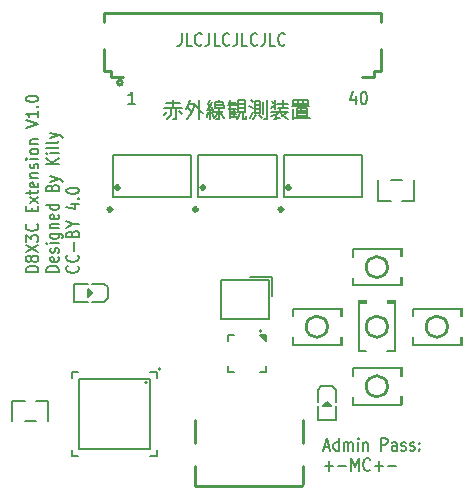
<source format=gbr>
%TF.GenerationSoftware,KiCad,Pcbnew,9.0.4*%
%TF.CreationDate,2025-09-14T02:35:36-04:00*%
%TF.ProjectId,D8X3C_Backpack_V1.0,44385833-435f-4426-9163-6b7061636b5f,rev?*%
%TF.SameCoordinates,Original*%
%TF.FileFunction,Legend,Top*%
%TF.FilePolarity,Positive*%
%FSLAX46Y46*%
G04 Gerber Fmt 4.6, Leading zero omitted, Abs format (unit mm)*
G04 Created by KiCad (PCBNEW 9.0.4) date 2025-09-14 02:35:36*
%MOMM*%
%LPD*%
G01*
G04 APERTURE LIST*
%ADD10C,0.203000*%
%ADD11C,0.152500*%
%ADD12C,0.254000*%
%ADD13C,0.000000*%
%ADD14C,0.175000*%
%ADD15C,0.300000*%
%ADD16C,0.152000*%
%ADD17C,0.150000*%
%ADD18R,0.790000X0.540000*%
%ADD19R,1.360000X1.230000*%
%ADD20R,1.400000X1.200000*%
%ADD21R,0.540000X0.565500*%
%ADD22R,0.864000X0.800000*%
%ADD23R,0.540000X0.790000*%
%ADD24R,0.280000X1.620000*%
%ADD25R,1.620000X0.280000*%
%ADD26O,0.364000X1.742000*%
%ADD27O,3.000000X3.200000*%
%ADD28C,0.500000*%
%ADD29R,1.230000X1.360000*%
%ADD30R,0.565500X0.540000*%
%ADD31R,0.280000X0.665000*%
%ADD32R,0.665000X0.280000*%
%ADD33R,1.750000X1.750000*%
%ADD34R,0.806500X0.864000*%
%ADD35R,0.600000X1.070000*%
%ADD36R,0.800000X0.800000*%
%ADD37R,0.550000X1.100000*%
%ADD38R,0.300000X1.100000*%
%ADD39O,1.100000X2.000000*%
%ADD40O,1.200000X1.800000*%
%ADD41R,0.300000X1.200000*%
%ADD42R,2.000000X1.800000*%
%ADD43R,0.800000X0.900000*%
%ADD44R,0.800000X0.864000*%
%ADD45R,0.532000X1.037500*%
G04 APERTURE END LIST*
D10*
X10863313Y-7542363D02*
X10340742Y-7542363D01*
X10602028Y-7542363D02*
X10602028Y-6475363D01*
X10602028Y-6475363D02*
X10514932Y-6627792D01*
X10514932Y-6627792D02*
X10427837Y-6729411D01*
X10427837Y-6729411D02*
X10340742Y-6780220D01*
X26914242Y-36571196D02*
X27349718Y-36571196D01*
X26827147Y-36876053D02*
X27131980Y-35809053D01*
X27131980Y-35809053D02*
X27436813Y-36876053D01*
X28133575Y-36876053D02*
X28133575Y-35809053D01*
X28133575Y-36825244D02*
X28046480Y-36876053D01*
X28046480Y-36876053D02*
X27872289Y-36876053D01*
X27872289Y-36876053D02*
X27785194Y-36825244D01*
X27785194Y-36825244D02*
X27741647Y-36774434D01*
X27741647Y-36774434D02*
X27698099Y-36672815D01*
X27698099Y-36672815D02*
X27698099Y-36367958D01*
X27698099Y-36367958D02*
X27741647Y-36266339D01*
X27741647Y-36266339D02*
X27785194Y-36215529D01*
X27785194Y-36215529D02*
X27872289Y-36164720D01*
X27872289Y-36164720D02*
X28046480Y-36164720D01*
X28046480Y-36164720D02*
X28133575Y-36215529D01*
X28569052Y-36876053D02*
X28569052Y-36164720D01*
X28569052Y-36266339D02*
X28612599Y-36215529D01*
X28612599Y-36215529D02*
X28699694Y-36164720D01*
X28699694Y-36164720D02*
X28830337Y-36164720D01*
X28830337Y-36164720D02*
X28917433Y-36215529D01*
X28917433Y-36215529D02*
X28960980Y-36317148D01*
X28960980Y-36317148D02*
X28960980Y-36876053D01*
X28960980Y-36317148D02*
X29004528Y-36215529D01*
X29004528Y-36215529D02*
X29091623Y-36164720D01*
X29091623Y-36164720D02*
X29222266Y-36164720D01*
X29222266Y-36164720D02*
X29309361Y-36215529D01*
X29309361Y-36215529D02*
X29352909Y-36317148D01*
X29352909Y-36317148D02*
X29352909Y-36876053D01*
X29788385Y-36876053D02*
X29788385Y-36164720D01*
X29788385Y-35809053D02*
X29744837Y-35859863D01*
X29744837Y-35859863D02*
X29788385Y-35910672D01*
X29788385Y-35910672D02*
X29831932Y-35859863D01*
X29831932Y-35859863D02*
X29788385Y-35809053D01*
X29788385Y-35809053D02*
X29788385Y-35910672D01*
X30223861Y-36164720D02*
X30223861Y-36876053D01*
X30223861Y-36266339D02*
X30267408Y-36215529D01*
X30267408Y-36215529D02*
X30354503Y-36164720D01*
X30354503Y-36164720D02*
X30485146Y-36164720D01*
X30485146Y-36164720D02*
X30572242Y-36215529D01*
X30572242Y-36215529D02*
X30615789Y-36317148D01*
X30615789Y-36317148D02*
X30615789Y-36876053D01*
X31748028Y-36876053D02*
X31748028Y-35809053D01*
X31748028Y-35809053D02*
X32096409Y-35809053D01*
X32096409Y-35809053D02*
X32183504Y-35859863D01*
X32183504Y-35859863D02*
X32227051Y-35910672D01*
X32227051Y-35910672D02*
X32270599Y-36012291D01*
X32270599Y-36012291D02*
X32270599Y-36164720D01*
X32270599Y-36164720D02*
X32227051Y-36266339D01*
X32227051Y-36266339D02*
X32183504Y-36317148D01*
X32183504Y-36317148D02*
X32096409Y-36367958D01*
X32096409Y-36367958D02*
X31748028Y-36367958D01*
X33054456Y-36876053D02*
X33054456Y-36317148D01*
X33054456Y-36317148D02*
X33010909Y-36215529D01*
X33010909Y-36215529D02*
X32923813Y-36164720D01*
X32923813Y-36164720D02*
X32749623Y-36164720D01*
X32749623Y-36164720D02*
X32662528Y-36215529D01*
X33054456Y-36825244D02*
X32967361Y-36876053D01*
X32967361Y-36876053D02*
X32749623Y-36876053D01*
X32749623Y-36876053D02*
X32662528Y-36825244D01*
X32662528Y-36825244D02*
X32618980Y-36723624D01*
X32618980Y-36723624D02*
X32618980Y-36622005D01*
X32618980Y-36622005D02*
X32662528Y-36520386D01*
X32662528Y-36520386D02*
X32749623Y-36469577D01*
X32749623Y-36469577D02*
X32967361Y-36469577D01*
X32967361Y-36469577D02*
X33054456Y-36418767D01*
X33446385Y-36825244D02*
X33533480Y-36876053D01*
X33533480Y-36876053D02*
X33707671Y-36876053D01*
X33707671Y-36876053D02*
X33794766Y-36825244D01*
X33794766Y-36825244D02*
X33838314Y-36723624D01*
X33838314Y-36723624D02*
X33838314Y-36672815D01*
X33838314Y-36672815D02*
X33794766Y-36571196D01*
X33794766Y-36571196D02*
X33707671Y-36520386D01*
X33707671Y-36520386D02*
X33577028Y-36520386D01*
X33577028Y-36520386D02*
X33489933Y-36469577D01*
X33489933Y-36469577D02*
X33446385Y-36367958D01*
X33446385Y-36367958D02*
X33446385Y-36317148D01*
X33446385Y-36317148D02*
X33489933Y-36215529D01*
X33489933Y-36215529D02*
X33577028Y-36164720D01*
X33577028Y-36164720D02*
X33707671Y-36164720D01*
X33707671Y-36164720D02*
X33794766Y-36215529D01*
X34186695Y-36825244D02*
X34273790Y-36876053D01*
X34273790Y-36876053D02*
X34447981Y-36876053D01*
X34447981Y-36876053D02*
X34535076Y-36825244D01*
X34535076Y-36825244D02*
X34578624Y-36723624D01*
X34578624Y-36723624D02*
X34578624Y-36672815D01*
X34578624Y-36672815D02*
X34535076Y-36571196D01*
X34535076Y-36571196D02*
X34447981Y-36520386D01*
X34447981Y-36520386D02*
X34317338Y-36520386D01*
X34317338Y-36520386D02*
X34230243Y-36469577D01*
X34230243Y-36469577D02*
X34186695Y-36367958D01*
X34186695Y-36367958D02*
X34186695Y-36317148D01*
X34186695Y-36317148D02*
X34230243Y-36215529D01*
X34230243Y-36215529D02*
X34317338Y-36164720D01*
X34317338Y-36164720D02*
X34447981Y-36164720D01*
X34447981Y-36164720D02*
X34535076Y-36215529D01*
X34970553Y-36774434D02*
X35014100Y-36825244D01*
X35014100Y-36825244D02*
X34970553Y-36876053D01*
X34970553Y-36876053D02*
X34927005Y-36825244D01*
X34927005Y-36825244D02*
X34970553Y-36774434D01*
X34970553Y-36774434D02*
X34970553Y-36876053D01*
X34970553Y-36215529D02*
X35014100Y-36266339D01*
X35014100Y-36266339D02*
X34970553Y-36317148D01*
X34970553Y-36317148D02*
X34927005Y-36266339D01*
X34927005Y-36266339D02*
X34970553Y-36215529D01*
X34970553Y-36215529D02*
X34970553Y-36317148D01*
X26957790Y-38187387D02*
X27654552Y-38187387D01*
X27306171Y-38593863D02*
X27306171Y-37780911D01*
X28090028Y-38187387D02*
X28786790Y-38187387D01*
X29222266Y-38593863D02*
X29222266Y-37526863D01*
X29222266Y-37526863D02*
X29527099Y-38289006D01*
X29527099Y-38289006D02*
X29831932Y-37526863D01*
X29831932Y-37526863D02*
X29831932Y-38593863D01*
X30789980Y-38492244D02*
X30746432Y-38543054D01*
X30746432Y-38543054D02*
X30615790Y-38593863D01*
X30615790Y-38593863D02*
X30528694Y-38593863D01*
X30528694Y-38593863D02*
X30398051Y-38543054D01*
X30398051Y-38543054D02*
X30310956Y-38441434D01*
X30310956Y-38441434D02*
X30267409Y-38339815D01*
X30267409Y-38339815D02*
X30223861Y-38136577D01*
X30223861Y-38136577D02*
X30223861Y-37984149D01*
X30223861Y-37984149D02*
X30267409Y-37780911D01*
X30267409Y-37780911D02*
X30310956Y-37679292D01*
X30310956Y-37679292D02*
X30398051Y-37577673D01*
X30398051Y-37577673D02*
X30528694Y-37526863D01*
X30528694Y-37526863D02*
X30615790Y-37526863D01*
X30615790Y-37526863D02*
X30746432Y-37577673D01*
X30746432Y-37577673D02*
X30789980Y-37628482D01*
X31181909Y-38187387D02*
X31878671Y-38187387D01*
X31530290Y-38593863D02*
X31530290Y-37780911D01*
X32314147Y-38187387D02*
X33010909Y-38187387D01*
X2719743Y-21764309D02*
X1652743Y-21764309D01*
X1652743Y-21764309D02*
X1652743Y-21546571D01*
X1652743Y-21546571D02*
X1703553Y-21415928D01*
X1703553Y-21415928D02*
X1805172Y-21328833D01*
X1805172Y-21328833D02*
X1906791Y-21285286D01*
X1906791Y-21285286D02*
X2110029Y-21241738D01*
X2110029Y-21241738D02*
X2262457Y-21241738D01*
X2262457Y-21241738D02*
X2465695Y-21285286D01*
X2465695Y-21285286D02*
X2567314Y-21328833D01*
X2567314Y-21328833D02*
X2668934Y-21415928D01*
X2668934Y-21415928D02*
X2719743Y-21546571D01*
X2719743Y-21546571D02*
X2719743Y-21764309D01*
X2110029Y-20719167D02*
X2059219Y-20806262D01*
X2059219Y-20806262D02*
X2008410Y-20849809D01*
X2008410Y-20849809D02*
X1906791Y-20893357D01*
X1906791Y-20893357D02*
X1855981Y-20893357D01*
X1855981Y-20893357D02*
X1754362Y-20849809D01*
X1754362Y-20849809D02*
X1703553Y-20806262D01*
X1703553Y-20806262D02*
X1652743Y-20719167D01*
X1652743Y-20719167D02*
X1652743Y-20544976D01*
X1652743Y-20544976D02*
X1703553Y-20457881D01*
X1703553Y-20457881D02*
X1754362Y-20414333D01*
X1754362Y-20414333D02*
X1855981Y-20370786D01*
X1855981Y-20370786D02*
X1906791Y-20370786D01*
X1906791Y-20370786D02*
X2008410Y-20414333D01*
X2008410Y-20414333D02*
X2059219Y-20457881D01*
X2059219Y-20457881D02*
X2110029Y-20544976D01*
X2110029Y-20544976D02*
X2110029Y-20719167D01*
X2110029Y-20719167D02*
X2160838Y-20806262D01*
X2160838Y-20806262D02*
X2211648Y-20849809D01*
X2211648Y-20849809D02*
X2313267Y-20893357D01*
X2313267Y-20893357D02*
X2516505Y-20893357D01*
X2516505Y-20893357D02*
X2618124Y-20849809D01*
X2618124Y-20849809D02*
X2668934Y-20806262D01*
X2668934Y-20806262D02*
X2719743Y-20719167D01*
X2719743Y-20719167D02*
X2719743Y-20544976D01*
X2719743Y-20544976D02*
X2668934Y-20457881D01*
X2668934Y-20457881D02*
X2618124Y-20414333D01*
X2618124Y-20414333D02*
X2516505Y-20370786D01*
X2516505Y-20370786D02*
X2313267Y-20370786D01*
X2313267Y-20370786D02*
X2211648Y-20414333D01*
X2211648Y-20414333D02*
X2160838Y-20457881D01*
X2160838Y-20457881D02*
X2110029Y-20544976D01*
X1652743Y-20065953D02*
X2719743Y-19456286D01*
X1652743Y-19456286D02*
X2719743Y-20065953D01*
X1652743Y-19195001D02*
X1652743Y-18628882D01*
X1652743Y-18628882D02*
X2059219Y-18933715D01*
X2059219Y-18933715D02*
X2059219Y-18803072D01*
X2059219Y-18803072D02*
X2110029Y-18715977D01*
X2110029Y-18715977D02*
X2160838Y-18672429D01*
X2160838Y-18672429D02*
X2262457Y-18628882D01*
X2262457Y-18628882D02*
X2516505Y-18628882D01*
X2516505Y-18628882D02*
X2618124Y-18672429D01*
X2618124Y-18672429D02*
X2668934Y-18715977D01*
X2668934Y-18715977D02*
X2719743Y-18803072D01*
X2719743Y-18803072D02*
X2719743Y-19064358D01*
X2719743Y-19064358D02*
X2668934Y-19151453D01*
X2668934Y-19151453D02*
X2618124Y-19195001D01*
X2618124Y-17714382D02*
X2668934Y-17757930D01*
X2668934Y-17757930D02*
X2719743Y-17888572D01*
X2719743Y-17888572D02*
X2719743Y-17975668D01*
X2719743Y-17975668D02*
X2668934Y-18106311D01*
X2668934Y-18106311D02*
X2567314Y-18193406D01*
X2567314Y-18193406D02*
X2465695Y-18236953D01*
X2465695Y-18236953D02*
X2262457Y-18280501D01*
X2262457Y-18280501D02*
X2110029Y-18280501D01*
X2110029Y-18280501D02*
X1906791Y-18236953D01*
X1906791Y-18236953D02*
X1805172Y-18193406D01*
X1805172Y-18193406D02*
X1703553Y-18106311D01*
X1703553Y-18106311D02*
X1652743Y-17975668D01*
X1652743Y-17975668D02*
X1652743Y-17888572D01*
X1652743Y-17888572D02*
X1703553Y-17757930D01*
X1703553Y-17757930D02*
X1754362Y-17714382D01*
X2160838Y-16625691D02*
X2160838Y-16320858D01*
X2719743Y-16190215D02*
X2719743Y-16625691D01*
X2719743Y-16625691D02*
X1652743Y-16625691D01*
X1652743Y-16625691D02*
X1652743Y-16190215D01*
X2719743Y-15885382D02*
X2008410Y-15406358D01*
X2008410Y-15885382D02*
X2719743Y-15406358D01*
X2008410Y-15188619D02*
X2008410Y-14840238D01*
X1652743Y-15057976D02*
X2567314Y-15057976D01*
X2567314Y-15057976D02*
X2668934Y-15014429D01*
X2668934Y-15014429D02*
X2719743Y-14927334D01*
X2719743Y-14927334D02*
X2719743Y-14840238D01*
X2668934Y-14187024D02*
X2719743Y-14274120D01*
X2719743Y-14274120D02*
X2719743Y-14448310D01*
X2719743Y-14448310D02*
X2668934Y-14535405D01*
X2668934Y-14535405D02*
X2567314Y-14578953D01*
X2567314Y-14578953D02*
X2160838Y-14578953D01*
X2160838Y-14578953D02*
X2059219Y-14535405D01*
X2059219Y-14535405D02*
X2008410Y-14448310D01*
X2008410Y-14448310D02*
X2008410Y-14274120D01*
X2008410Y-14274120D02*
X2059219Y-14187024D01*
X2059219Y-14187024D02*
X2160838Y-14143477D01*
X2160838Y-14143477D02*
X2262457Y-14143477D01*
X2262457Y-14143477D02*
X2364076Y-14578953D01*
X2008410Y-13751548D02*
X2719743Y-13751548D01*
X2110029Y-13751548D02*
X2059219Y-13708001D01*
X2059219Y-13708001D02*
X2008410Y-13620906D01*
X2008410Y-13620906D02*
X2008410Y-13490263D01*
X2008410Y-13490263D02*
X2059219Y-13403167D01*
X2059219Y-13403167D02*
X2160838Y-13359620D01*
X2160838Y-13359620D02*
X2719743Y-13359620D01*
X2668934Y-12967691D02*
X2719743Y-12880596D01*
X2719743Y-12880596D02*
X2719743Y-12706405D01*
X2719743Y-12706405D02*
X2668934Y-12619310D01*
X2668934Y-12619310D02*
X2567314Y-12575762D01*
X2567314Y-12575762D02*
X2516505Y-12575762D01*
X2516505Y-12575762D02*
X2414886Y-12619310D01*
X2414886Y-12619310D02*
X2364076Y-12706405D01*
X2364076Y-12706405D02*
X2364076Y-12837048D01*
X2364076Y-12837048D02*
X2313267Y-12924143D01*
X2313267Y-12924143D02*
X2211648Y-12967691D01*
X2211648Y-12967691D02*
X2160838Y-12967691D01*
X2160838Y-12967691D02*
X2059219Y-12924143D01*
X2059219Y-12924143D02*
X2008410Y-12837048D01*
X2008410Y-12837048D02*
X2008410Y-12706405D01*
X2008410Y-12706405D02*
X2059219Y-12619310D01*
X2719743Y-12183833D02*
X2008410Y-12183833D01*
X1652743Y-12183833D02*
X1703553Y-12227381D01*
X1703553Y-12227381D02*
X1754362Y-12183833D01*
X1754362Y-12183833D02*
X1703553Y-12140286D01*
X1703553Y-12140286D02*
X1652743Y-12183833D01*
X1652743Y-12183833D02*
X1754362Y-12183833D01*
X2719743Y-11617715D02*
X2668934Y-11704810D01*
X2668934Y-11704810D02*
X2618124Y-11748357D01*
X2618124Y-11748357D02*
X2516505Y-11791905D01*
X2516505Y-11791905D02*
X2211648Y-11791905D01*
X2211648Y-11791905D02*
X2110029Y-11748357D01*
X2110029Y-11748357D02*
X2059219Y-11704810D01*
X2059219Y-11704810D02*
X2008410Y-11617715D01*
X2008410Y-11617715D02*
X2008410Y-11487072D01*
X2008410Y-11487072D02*
X2059219Y-11399976D01*
X2059219Y-11399976D02*
X2110029Y-11356429D01*
X2110029Y-11356429D02*
X2211648Y-11312881D01*
X2211648Y-11312881D02*
X2516505Y-11312881D01*
X2516505Y-11312881D02*
X2618124Y-11356429D01*
X2618124Y-11356429D02*
X2668934Y-11399976D01*
X2668934Y-11399976D02*
X2719743Y-11487072D01*
X2719743Y-11487072D02*
X2719743Y-11617715D01*
X2008410Y-10920952D02*
X2719743Y-10920952D01*
X2110029Y-10920952D02*
X2059219Y-10877405D01*
X2059219Y-10877405D02*
X2008410Y-10790310D01*
X2008410Y-10790310D02*
X2008410Y-10659667D01*
X2008410Y-10659667D02*
X2059219Y-10572571D01*
X2059219Y-10572571D02*
X2160838Y-10529024D01*
X2160838Y-10529024D02*
X2719743Y-10529024D01*
X1652743Y-9527428D02*
X2719743Y-9222595D01*
X2719743Y-9222595D02*
X1652743Y-8917762D01*
X2719743Y-8133905D02*
X2719743Y-8656476D01*
X2719743Y-8395190D02*
X1652743Y-8395190D01*
X1652743Y-8395190D02*
X1805172Y-8482286D01*
X1805172Y-8482286D02*
X1906791Y-8569381D01*
X1906791Y-8569381D02*
X1957600Y-8656476D01*
X2618124Y-7741976D02*
X2668934Y-7698429D01*
X2668934Y-7698429D02*
X2719743Y-7741976D01*
X2719743Y-7741976D02*
X2668934Y-7785524D01*
X2668934Y-7785524D02*
X2618124Y-7741976D01*
X2618124Y-7741976D02*
X2719743Y-7741976D01*
X1652743Y-7132310D02*
X1652743Y-7045215D01*
X1652743Y-7045215D02*
X1703553Y-6958119D01*
X1703553Y-6958119D02*
X1754362Y-6914572D01*
X1754362Y-6914572D02*
X1855981Y-6871024D01*
X1855981Y-6871024D02*
X2059219Y-6827477D01*
X2059219Y-6827477D02*
X2313267Y-6827477D01*
X2313267Y-6827477D02*
X2516505Y-6871024D01*
X2516505Y-6871024D02*
X2618124Y-6914572D01*
X2618124Y-6914572D02*
X2668934Y-6958119D01*
X2668934Y-6958119D02*
X2719743Y-7045215D01*
X2719743Y-7045215D02*
X2719743Y-7132310D01*
X2719743Y-7132310D02*
X2668934Y-7219405D01*
X2668934Y-7219405D02*
X2618124Y-7262953D01*
X2618124Y-7262953D02*
X2516505Y-7306500D01*
X2516505Y-7306500D02*
X2313267Y-7350048D01*
X2313267Y-7350048D02*
X2059219Y-7350048D01*
X2059219Y-7350048D02*
X1855981Y-7306500D01*
X1855981Y-7306500D02*
X1754362Y-7262953D01*
X1754362Y-7262953D02*
X1703553Y-7219405D01*
X1703553Y-7219405D02*
X1652743Y-7132310D01*
X4437553Y-21764309D02*
X3370553Y-21764309D01*
X3370553Y-21764309D02*
X3370553Y-21546571D01*
X3370553Y-21546571D02*
X3421363Y-21415928D01*
X3421363Y-21415928D02*
X3522982Y-21328833D01*
X3522982Y-21328833D02*
X3624601Y-21285286D01*
X3624601Y-21285286D02*
X3827839Y-21241738D01*
X3827839Y-21241738D02*
X3980267Y-21241738D01*
X3980267Y-21241738D02*
X4183505Y-21285286D01*
X4183505Y-21285286D02*
X4285124Y-21328833D01*
X4285124Y-21328833D02*
X4386744Y-21415928D01*
X4386744Y-21415928D02*
X4437553Y-21546571D01*
X4437553Y-21546571D02*
X4437553Y-21764309D01*
X4386744Y-20501428D02*
X4437553Y-20588524D01*
X4437553Y-20588524D02*
X4437553Y-20762714D01*
X4437553Y-20762714D02*
X4386744Y-20849809D01*
X4386744Y-20849809D02*
X4285124Y-20893357D01*
X4285124Y-20893357D02*
X3878648Y-20893357D01*
X3878648Y-20893357D02*
X3777029Y-20849809D01*
X3777029Y-20849809D02*
X3726220Y-20762714D01*
X3726220Y-20762714D02*
X3726220Y-20588524D01*
X3726220Y-20588524D02*
X3777029Y-20501428D01*
X3777029Y-20501428D02*
X3878648Y-20457881D01*
X3878648Y-20457881D02*
X3980267Y-20457881D01*
X3980267Y-20457881D02*
X4081886Y-20893357D01*
X4386744Y-20109500D02*
X4437553Y-20022405D01*
X4437553Y-20022405D02*
X4437553Y-19848214D01*
X4437553Y-19848214D02*
X4386744Y-19761119D01*
X4386744Y-19761119D02*
X4285124Y-19717571D01*
X4285124Y-19717571D02*
X4234315Y-19717571D01*
X4234315Y-19717571D02*
X4132696Y-19761119D01*
X4132696Y-19761119D02*
X4081886Y-19848214D01*
X4081886Y-19848214D02*
X4081886Y-19978857D01*
X4081886Y-19978857D02*
X4031077Y-20065952D01*
X4031077Y-20065952D02*
X3929458Y-20109500D01*
X3929458Y-20109500D02*
X3878648Y-20109500D01*
X3878648Y-20109500D02*
X3777029Y-20065952D01*
X3777029Y-20065952D02*
X3726220Y-19978857D01*
X3726220Y-19978857D02*
X3726220Y-19848214D01*
X3726220Y-19848214D02*
X3777029Y-19761119D01*
X4437553Y-19325642D02*
X3726220Y-19325642D01*
X3370553Y-19325642D02*
X3421363Y-19369190D01*
X3421363Y-19369190D02*
X3472172Y-19325642D01*
X3472172Y-19325642D02*
X3421363Y-19282095D01*
X3421363Y-19282095D02*
X3370553Y-19325642D01*
X3370553Y-19325642D02*
X3472172Y-19325642D01*
X3726220Y-18498238D02*
X4589982Y-18498238D01*
X4589982Y-18498238D02*
X4691601Y-18541785D01*
X4691601Y-18541785D02*
X4742410Y-18585333D01*
X4742410Y-18585333D02*
X4793220Y-18672428D01*
X4793220Y-18672428D02*
X4793220Y-18803071D01*
X4793220Y-18803071D02*
X4742410Y-18890166D01*
X4386744Y-18498238D02*
X4437553Y-18585333D01*
X4437553Y-18585333D02*
X4437553Y-18759524D01*
X4437553Y-18759524D02*
X4386744Y-18846619D01*
X4386744Y-18846619D02*
X4335934Y-18890166D01*
X4335934Y-18890166D02*
X4234315Y-18933714D01*
X4234315Y-18933714D02*
X3929458Y-18933714D01*
X3929458Y-18933714D02*
X3827839Y-18890166D01*
X3827839Y-18890166D02*
X3777029Y-18846619D01*
X3777029Y-18846619D02*
X3726220Y-18759524D01*
X3726220Y-18759524D02*
X3726220Y-18585333D01*
X3726220Y-18585333D02*
X3777029Y-18498238D01*
X3726220Y-18062761D02*
X4437553Y-18062761D01*
X3827839Y-18062761D02*
X3777029Y-18019214D01*
X3777029Y-18019214D02*
X3726220Y-17932119D01*
X3726220Y-17932119D02*
X3726220Y-17801476D01*
X3726220Y-17801476D02*
X3777029Y-17714380D01*
X3777029Y-17714380D02*
X3878648Y-17670833D01*
X3878648Y-17670833D02*
X4437553Y-17670833D01*
X4386744Y-16886975D02*
X4437553Y-16974071D01*
X4437553Y-16974071D02*
X4437553Y-17148261D01*
X4437553Y-17148261D02*
X4386744Y-17235356D01*
X4386744Y-17235356D02*
X4285124Y-17278904D01*
X4285124Y-17278904D02*
X3878648Y-17278904D01*
X3878648Y-17278904D02*
X3777029Y-17235356D01*
X3777029Y-17235356D02*
X3726220Y-17148261D01*
X3726220Y-17148261D02*
X3726220Y-16974071D01*
X3726220Y-16974071D02*
X3777029Y-16886975D01*
X3777029Y-16886975D02*
X3878648Y-16843428D01*
X3878648Y-16843428D02*
X3980267Y-16843428D01*
X3980267Y-16843428D02*
X4081886Y-17278904D01*
X4437553Y-16059571D02*
X3370553Y-16059571D01*
X4386744Y-16059571D02*
X4437553Y-16146666D01*
X4437553Y-16146666D02*
X4437553Y-16320857D01*
X4437553Y-16320857D02*
X4386744Y-16407952D01*
X4386744Y-16407952D02*
X4335934Y-16451499D01*
X4335934Y-16451499D02*
X4234315Y-16495047D01*
X4234315Y-16495047D02*
X3929458Y-16495047D01*
X3929458Y-16495047D02*
X3827839Y-16451499D01*
X3827839Y-16451499D02*
X3777029Y-16407952D01*
X3777029Y-16407952D02*
X3726220Y-16320857D01*
X3726220Y-16320857D02*
X3726220Y-16146666D01*
X3726220Y-16146666D02*
X3777029Y-16059571D01*
X3878648Y-14622499D02*
X3929458Y-14491856D01*
X3929458Y-14491856D02*
X3980267Y-14448309D01*
X3980267Y-14448309D02*
X4081886Y-14404761D01*
X4081886Y-14404761D02*
X4234315Y-14404761D01*
X4234315Y-14404761D02*
X4335934Y-14448309D01*
X4335934Y-14448309D02*
X4386744Y-14491856D01*
X4386744Y-14491856D02*
X4437553Y-14578951D01*
X4437553Y-14578951D02*
X4437553Y-14927332D01*
X4437553Y-14927332D02*
X3370553Y-14927332D01*
X3370553Y-14927332D02*
X3370553Y-14622499D01*
X3370553Y-14622499D02*
X3421363Y-14535404D01*
X3421363Y-14535404D02*
X3472172Y-14491856D01*
X3472172Y-14491856D02*
X3573791Y-14448309D01*
X3573791Y-14448309D02*
X3675410Y-14448309D01*
X3675410Y-14448309D02*
X3777029Y-14491856D01*
X3777029Y-14491856D02*
X3827839Y-14535404D01*
X3827839Y-14535404D02*
X3878648Y-14622499D01*
X3878648Y-14622499D02*
X3878648Y-14927332D01*
X3726220Y-14099928D02*
X4437553Y-13882190D01*
X3726220Y-13664451D02*
X4437553Y-13882190D01*
X4437553Y-13882190D02*
X4691601Y-13969285D01*
X4691601Y-13969285D02*
X4742410Y-14012832D01*
X4742410Y-14012832D02*
X4793220Y-14099928D01*
X4437553Y-12619308D02*
X3370553Y-12619308D01*
X4437553Y-12096737D02*
X3827839Y-12488666D01*
X3370553Y-12096737D02*
X3980267Y-12619308D01*
X4437553Y-11704808D02*
X3726220Y-11704808D01*
X3370553Y-11704808D02*
X3421363Y-11748356D01*
X3421363Y-11748356D02*
X3472172Y-11704808D01*
X3472172Y-11704808D02*
X3421363Y-11661261D01*
X3421363Y-11661261D02*
X3370553Y-11704808D01*
X3370553Y-11704808D02*
X3472172Y-11704808D01*
X4437553Y-11138690D02*
X4386744Y-11225785D01*
X4386744Y-11225785D02*
X4285124Y-11269332D01*
X4285124Y-11269332D02*
X3370553Y-11269332D01*
X4437553Y-10659666D02*
X4386744Y-10746761D01*
X4386744Y-10746761D02*
X4285124Y-10790308D01*
X4285124Y-10790308D02*
X3370553Y-10790308D01*
X3726220Y-10398380D02*
X4437553Y-10180642D01*
X3726220Y-9962903D02*
X4437553Y-10180642D01*
X4437553Y-10180642D02*
X4691601Y-10267737D01*
X4691601Y-10267737D02*
X4742410Y-10311284D01*
X4742410Y-10311284D02*
X4793220Y-10398380D01*
X6053744Y-21241738D02*
X6104554Y-21285286D01*
X6104554Y-21285286D02*
X6155363Y-21415928D01*
X6155363Y-21415928D02*
X6155363Y-21503024D01*
X6155363Y-21503024D02*
X6104554Y-21633667D01*
X6104554Y-21633667D02*
X6002934Y-21720762D01*
X6002934Y-21720762D02*
X5901315Y-21764309D01*
X5901315Y-21764309D02*
X5698077Y-21807857D01*
X5698077Y-21807857D02*
X5545649Y-21807857D01*
X5545649Y-21807857D02*
X5342411Y-21764309D01*
X5342411Y-21764309D02*
X5240792Y-21720762D01*
X5240792Y-21720762D02*
X5139173Y-21633667D01*
X5139173Y-21633667D02*
X5088363Y-21503024D01*
X5088363Y-21503024D02*
X5088363Y-21415928D01*
X5088363Y-21415928D02*
X5139173Y-21285286D01*
X5139173Y-21285286D02*
X5189982Y-21241738D01*
X6053744Y-20327238D02*
X6104554Y-20370786D01*
X6104554Y-20370786D02*
X6155363Y-20501428D01*
X6155363Y-20501428D02*
X6155363Y-20588524D01*
X6155363Y-20588524D02*
X6104554Y-20719167D01*
X6104554Y-20719167D02*
X6002934Y-20806262D01*
X6002934Y-20806262D02*
X5901315Y-20849809D01*
X5901315Y-20849809D02*
X5698077Y-20893357D01*
X5698077Y-20893357D02*
X5545649Y-20893357D01*
X5545649Y-20893357D02*
X5342411Y-20849809D01*
X5342411Y-20849809D02*
X5240792Y-20806262D01*
X5240792Y-20806262D02*
X5139173Y-20719167D01*
X5139173Y-20719167D02*
X5088363Y-20588524D01*
X5088363Y-20588524D02*
X5088363Y-20501428D01*
X5088363Y-20501428D02*
X5139173Y-20370786D01*
X5139173Y-20370786D02*
X5189982Y-20327238D01*
X5748887Y-19935309D02*
X5748887Y-19238548D01*
X5596458Y-18498238D02*
X5647268Y-18367595D01*
X5647268Y-18367595D02*
X5698077Y-18324048D01*
X5698077Y-18324048D02*
X5799696Y-18280500D01*
X5799696Y-18280500D02*
X5952125Y-18280500D01*
X5952125Y-18280500D02*
X6053744Y-18324048D01*
X6053744Y-18324048D02*
X6104554Y-18367595D01*
X6104554Y-18367595D02*
X6155363Y-18454690D01*
X6155363Y-18454690D02*
X6155363Y-18803071D01*
X6155363Y-18803071D02*
X5088363Y-18803071D01*
X5088363Y-18803071D02*
X5088363Y-18498238D01*
X5088363Y-18498238D02*
X5139173Y-18411143D01*
X5139173Y-18411143D02*
X5189982Y-18367595D01*
X5189982Y-18367595D02*
X5291601Y-18324048D01*
X5291601Y-18324048D02*
X5393220Y-18324048D01*
X5393220Y-18324048D02*
X5494839Y-18367595D01*
X5494839Y-18367595D02*
X5545649Y-18411143D01*
X5545649Y-18411143D02*
X5596458Y-18498238D01*
X5596458Y-18498238D02*
X5596458Y-18803071D01*
X5647268Y-17714381D02*
X6155363Y-17714381D01*
X5088363Y-18019214D02*
X5647268Y-17714381D01*
X5647268Y-17714381D02*
X5088363Y-17409548D01*
X5444030Y-16016024D02*
X6155363Y-16016024D01*
X5037554Y-16233762D02*
X5799696Y-16451500D01*
X5799696Y-16451500D02*
X5799696Y-15885381D01*
X6053744Y-15537000D02*
X6104554Y-15493453D01*
X6104554Y-15493453D02*
X6155363Y-15537000D01*
X6155363Y-15537000D02*
X6104554Y-15580548D01*
X6104554Y-15580548D02*
X6053744Y-15537000D01*
X6053744Y-15537000D02*
X6155363Y-15537000D01*
X5088363Y-14927334D02*
X5088363Y-14840239D01*
X5088363Y-14840239D02*
X5139173Y-14753143D01*
X5139173Y-14753143D02*
X5189982Y-14709596D01*
X5189982Y-14709596D02*
X5291601Y-14666048D01*
X5291601Y-14666048D02*
X5494839Y-14622501D01*
X5494839Y-14622501D02*
X5748887Y-14622501D01*
X5748887Y-14622501D02*
X5952125Y-14666048D01*
X5952125Y-14666048D02*
X6053744Y-14709596D01*
X6053744Y-14709596D02*
X6104554Y-14753143D01*
X6104554Y-14753143D02*
X6155363Y-14840239D01*
X6155363Y-14840239D02*
X6155363Y-14927334D01*
X6155363Y-14927334D02*
X6104554Y-15014429D01*
X6104554Y-15014429D02*
X6053744Y-15057977D01*
X6053744Y-15057977D02*
X5952125Y-15101524D01*
X5952125Y-15101524D02*
X5748887Y-15145072D01*
X5748887Y-15145072D02*
X5494839Y-15145072D01*
X5494839Y-15145072D02*
X5291601Y-15101524D01*
X5291601Y-15101524D02*
X5189982Y-15057977D01*
X5189982Y-15057977D02*
X5139173Y-15014429D01*
X5139173Y-15014429D02*
X5088363Y-14927334D01*
X13378647Y-7825423D02*
X14887885Y-7825423D01*
X13552790Y-7418995D02*
X14713742Y-7418995D01*
X13610837Y-8164114D02*
X13378647Y-8435066D01*
X14075218Y-8773757D02*
X14365456Y-8773757D01*
X14133266Y-7148042D02*
X14133266Y-7825423D01*
X14365456Y-7825423D02*
X14365456Y-8773757D01*
X14597647Y-8096376D02*
X14829837Y-8367328D01*
X13959123Y-7825423D02*
X13901075Y-8435066D01*
X13901075Y-8435066D02*
X13610837Y-8773757D01*
X15352266Y-7825423D02*
X15700551Y-8164114D01*
X16281028Y-7148042D02*
X16281028Y-8773757D01*
X15584456Y-7215780D02*
X15352266Y-7689947D01*
X15352266Y-7689947D02*
X15178123Y-7960899D01*
X16048837Y-7689947D02*
X16455170Y-8164114D01*
X16455170Y-8164114D02*
X16687361Y-8299590D01*
X15526408Y-7486733D02*
X15932742Y-7486733D01*
X15932742Y-7486733D02*
X15758599Y-8164114D01*
X15758599Y-8164114D02*
X15584456Y-8435066D01*
X15584456Y-8435066D02*
X15294218Y-8773757D01*
X16977599Y-8028638D02*
X17500027Y-8028638D01*
X17093694Y-8231852D02*
X16977599Y-8638280D01*
X17209789Y-7148042D02*
X17093694Y-7554471D01*
X17267837Y-7960899D02*
X17267837Y-8773757D01*
X17383932Y-7757685D02*
X17500027Y-8096376D01*
X17383932Y-7351257D02*
X17267837Y-7757685D01*
X17441980Y-8231852D02*
X17500027Y-8502804D01*
X17674170Y-7893161D02*
X18370742Y-7893161D01*
X17674170Y-7622209D02*
X18370742Y-7622209D01*
X17674170Y-7351257D02*
X17674170Y-7893161D01*
X17790265Y-8773757D02*
X18022456Y-8773757D01*
X17964408Y-7148042D02*
X17906361Y-7351257D01*
X18022456Y-7893161D02*
X18022456Y-8773757D01*
X18370742Y-8096376D02*
X18196599Y-8299590D01*
X17035646Y-7486733D02*
X17267837Y-7757685D01*
X17267837Y-7757685D02*
X17035646Y-7960899D01*
X17674170Y-7351257D02*
X18370742Y-7351257D01*
X18370742Y-7351257D02*
X18428789Y-7893161D01*
X18022456Y-8028638D02*
X18196599Y-8367328D01*
X18196599Y-8367328D02*
X18428789Y-8706019D01*
X17616123Y-8231852D02*
X17906361Y-8231852D01*
X17906361Y-8231852D02*
X17790265Y-8502804D01*
X17790265Y-8502804D02*
X17558075Y-8706019D01*
X18777075Y-7622209D02*
X19531694Y-7622209D01*
X18893170Y-7960899D02*
X19473646Y-7960899D01*
X18893170Y-7418995D02*
X19473646Y-7418995D01*
X18951218Y-8638280D02*
X19531694Y-8638280D01*
X18951218Y-8367328D02*
X19473646Y-8367328D01*
X18951218Y-8164114D02*
X19473646Y-8164114D01*
X18951218Y-7825423D02*
X18951218Y-8706019D01*
X18951218Y-7148042D02*
X18835122Y-7554471D01*
X19125360Y-7418995D02*
X18835122Y-7960899D01*
X19241456Y-7825423D02*
X19241456Y-8638280D01*
X19647789Y-8231852D02*
X20228265Y-8231852D01*
X19647789Y-7893161D02*
X20228265Y-7893161D01*
X19647789Y-7554471D02*
X20228265Y-7554471D01*
X19647789Y-7215780D02*
X19647789Y-8164114D01*
X19996075Y-8773757D02*
X20286313Y-8773757D01*
X20054122Y-8231852D02*
X20054122Y-8773757D01*
X20286313Y-8502804D02*
X20286313Y-8773757D01*
X19647789Y-7215780D02*
X20228265Y-7215780D01*
X20228265Y-7215780D02*
X20228265Y-8164114D01*
X19763884Y-8231852D02*
X19705837Y-8502804D01*
X19705837Y-8502804D02*
X19531694Y-8773757D01*
X20576551Y-7689947D02*
X20866789Y-7825423D01*
X20692646Y-7215780D02*
X20924836Y-7351257D01*
X20866789Y-8164114D02*
X20634598Y-8706019D01*
X21040932Y-8299590D02*
X21505313Y-8299590D01*
X21040932Y-7960899D02*
X21505313Y-7960899D01*
X21040932Y-7622209D02*
X21505313Y-7622209D01*
X21040932Y-7283519D02*
X21040932Y-8299590D01*
X21157027Y-8435066D02*
X20924836Y-8773757D01*
X21389217Y-8435066D02*
X21621408Y-8706019D01*
X21737503Y-7351257D02*
X21737503Y-8367328D01*
X21795551Y-8773757D02*
X22085789Y-8773757D01*
X22085789Y-7148042D02*
X22085789Y-8773757D01*
X21040932Y-7283519D02*
X21505313Y-7283519D01*
X21505313Y-7283519D02*
X21505313Y-8299590D01*
X22376027Y-8164114D02*
X23885265Y-8164114D01*
X22492122Y-7283519D02*
X22608217Y-7418995D01*
X22666265Y-7689947D02*
X22376027Y-7825423D01*
X22782360Y-7148042D02*
X22782360Y-7960899D01*
X22840408Y-8367328D02*
X22840408Y-8706019D01*
X22956503Y-7486733D02*
X23885265Y-7486733D01*
X23014551Y-7893161D02*
X23827217Y-7893161D01*
X23188693Y-8706019D02*
X22666265Y-8773757D01*
X23420884Y-7148042D02*
X23420884Y-7893161D01*
X23711122Y-8299590D02*
X23362836Y-8502804D01*
X23130646Y-8164114D02*
X23420884Y-8570542D01*
X23420884Y-8570542D02*
X23885265Y-8773757D01*
X23130646Y-7960899D02*
X23130646Y-8231852D01*
X23130646Y-8231852D02*
X22724312Y-8435066D01*
X22724312Y-8435066D02*
X22376027Y-8502804D01*
X24175503Y-7689947D02*
X25626693Y-7689947D01*
X24233550Y-7554471D02*
X25568646Y-7554471D01*
X24233550Y-7215780D02*
X24233550Y-7486733D01*
X24291598Y-8706019D02*
X25684741Y-8706019D01*
X24291598Y-7960899D02*
X24291598Y-8773757D01*
X24581836Y-8502804D02*
X25452550Y-8502804D01*
X24581836Y-8299590D02*
X25452550Y-8299590D01*
X24581836Y-8096376D02*
X25452550Y-8096376D01*
X24581836Y-7893161D02*
X24581836Y-8502804D01*
X24697931Y-7215780D02*
X24697931Y-7486733D01*
X24930122Y-7554471D02*
X24930122Y-7960899D01*
X25104265Y-7215780D02*
X25104265Y-7486733D01*
X24233550Y-7215780D02*
X25568646Y-7215780D01*
X25568646Y-7215780D02*
X25568646Y-7486733D01*
X24581836Y-7893161D02*
X25452550Y-7893161D01*
X25452550Y-7893161D02*
X25452550Y-8502804D01*
X14836575Y-1522363D02*
X14836575Y-2284506D01*
X14836575Y-2284506D02*
X14793028Y-2436934D01*
X14793028Y-2436934D02*
X14705932Y-2538554D01*
X14705932Y-2538554D02*
X14575290Y-2589363D01*
X14575290Y-2589363D02*
X14488194Y-2589363D01*
X15707528Y-2589363D02*
X15272052Y-2589363D01*
X15272052Y-2589363D02*
X15272052Y-1522363D01*
X16534933Y-2487744D02*
X16491385Y-2538554D01*
X16491385Y-2538554D02*
X16360743Y-2589363D01*
X16360743Y-2589363D02*
X16273647Y-2589363D01*
X16273647Y-2589363D02*
X16143004Y-2538554D01*
X16143004Y-2538554D02*
X16055909Y-2436934D01*
X16055909Y-2436934D02*
X16012362Y-2335315D01*
X16012362Y-2335315D02*
X15968814Y-2132077D01*
X15968814Y-2132077D02*
X15968814Y-1979649D01*
X15968814Y-1979649D02*
X16012362Y-1776411D01*
X16012362Y-1776411D02*
X16055909Y-1674792D01*
X16055909Y-1674792D02*
X16143004Y-1573173D01*
X16143004Y-1573173D02*
X16273647Y-1522363D01*
X16273647Y-1522363D02*
X16360743Y-1522363D01*
X16360743Y-1522363D02*
X16491385Y-1573173D01*
X16491385Y-1573173D02*
X16534933Y-1623982D01*
X17188147Y-1522363D02*
X17188147Y-2284506D01*
X17188147Y-2284506D02*
X17144600Y-2436934D01*
X17144600Y-2436934D02*
X17057504Y-2538554D01*
X17057504Y-2538554D02*
X16926862Y-2589363D01*
X16926862Y-2589363D02*
X16839766Y-2589363D01*
X18059100Y-2589363D02*
X17623624Y-2589363D01*
X17623624Y-2589363D02*
X17623624Y-1522363D01*
X18886505Y-2487744D02*
X18842957Y-2538554D01*
X18842957Y-2538554D02*
X18712315Y-2589363D01*
X18712315Y-2589363D02*
X18625219Y-2589363D01*
X18625219Y-2589363D02*
X18494576Y-2538554D01*
X18494576Y-2538554D02*
X18407481Y-2436934D01*
X18407481Y-2436934D02*
X18363934Y-2335315D01*
X18363934Y-2335315D02*
X18320386Y-2132077D01*
X18320386Y-2132077D02*
X18320386Y-1979649D01*
X18320386Y-1979649D02*
X18363934Y-1776411D01*
X18363934Y-1776411D02*
X18407481Y-1674792D01*
X18407481Y-1674792D02*
X18494576Y-1573173D01*
X18494576Y-1573173D02*
X18625219Y-1522363D01*
X18625219Y-1522363D02*
X18712315Y-1522363D01*
X18712315Y-1522363D02*
X18842957Y-1573173D01*
X18842957Y-1573173D02*
X18886505Y-1623982D01*
X19539719Y-1522363D02*
X19539719Y-2284506D01*
X19539719Y-2284506D02*
X19496172Y-2436934D01*
X19496172Y-2436934D02*
X19409076Y-2538554D01*
X19409076Y-2538554D02*
X19278434Y-2589363D01*
X19278434Y-2589363D02*
X19191338Y-2589363D01*
X20410672Y-2589363D02*
X19975196Y-2589363D01*
X19975196Y-2589363D02*
X19975196Y-1522363D01*
X21238077Y-2487744D02*
X21194529Y-2538554D01*
X21194529Y-2538554D02*
X21063887Y-2589363D01*
X21063887Y-2589363D02*
X20976791Y-2589363D01*
X20976791Y-2589363D02*
X20846148Y-2538554D01*
X20846148Y-2538554D02*
X20759053Y-2436934D01*
X20759053Y-2436934D02*
X20715506Y-2335315D01*
X20715506Y-2335315D02*
X20671958Y-2132077D01*
X20671958Y-2132077D02*
X20671958Y-1979649D01*
X20671958Y-1979649D02*
X20715506Y-1776411D01*
X20715506Y-1776411D02*
X20759053Y-1674792D01*
X20759053Y-1674792D02*
X20846148Y-1573173D01*
X20846148Y-1573173D02*
X20976791Y-1522363D01*
X20976791Y-1522363D02*
X21063887Y-1522363D01*
X21063887Y-1522363D02*
X21194529Y-1573173D01*
X21194529Y-1573173D02*
X21238077Y-1623982D01*
X21891291Y-1522363D02*
X21891291Y-2284506D01*
X21891291Y-2284506D02*
X21847744Y-2436934D01*
X21847744Y-2436934D02*
X21760648Y-2538554D01*
X21760648Y-2538554D02*
X21630006Y-2589363D01*
X21630006Y-2589363D02*
X21542910Y-2589363D01*
X22762244Y-2589363D02*
X22326768Y-2589363D01*
X22326768Y-2589363D02*
X22326768Y-1522363D01*
X23589649Y-2487744D02*
X23546101Y-2538554D01*
X23546101Y-2538554D02*
X23415459Y-2589363D01*
X23415459Y-2589363D02*
X23328363Y-2589363D01*
X23328363Y-2589363D02*
X23197720Y-2538554D01*
X23197720Y-2538554D02*
X23110625Y-2436934D01*
X23110625Y-2436934D02*
X23067078Y-2335315D01*
X23067078Y-2335315D02*
X23023530Y-2132077D01*
X23023530Y-2132077D02*
X23023530Y-1979649D01*
X23023530Y-1979649D02*
X23067078Y-1776411D01*
X23067078Y-1776411D02*
X23110625Y-1674792D01*
X23110625Y-1674792D02*
X23197720Y-1573173D01*
X23197720Y-1573173D02*
X23328363Y-1522363D01*
X23328363Y-1522363D02*
X23415459Y-1522363D01*
X23415459Y-1522363D02*
X23546101Y-1573173D01*
X23546101Y-1573173D02*
X23589649Y-1623982D01*
X29572218Y-6831030D02*
X29572218Y-7542363D01*
X29354480Y-6424554D02*
X29136742Y-7186696D01*
X29136742Y-7186696D02*
X29702861Y-7186696D01*
X30225432Y-6475363D02*
X30312527Y-6475363D01*
X30312527Y-6475363D02*
X30399623Y-6526173D01*
X30399623Y-6526173D02*
X30443170Y-6576982D01*
X30443170Y-6576982D02*
X30486718Y-6678601D01*
X30486718Y-6678601D02*
X30530265Y-6881839D01*
X30530265Y-6881839D02*
X30530265Y-7135887D01*
X30530265Y-7135887D02*
X30486718Y-7339125D01*
X30486718Y-7339125D02*
X30443170Y-7440744D01*
X30443170Y-7440744D02*
X30399623Y-7491554D01*
X30399623Y-7491554D02*
X30312527Y-7542363D01*
X30312527Y-7542363D02*
X30225432Y-7542363D01*
X30225432Y-7542363D02*
X30138337Y-7491554D01*
X30138337Y-7491554D02*
X30094789Y-7440744D01*
X30094789Y-7440744D02*
X30051242Y-7339125D01*
X30051242Y-7339125D02*
X30007694Y-7135887D01*
X30007694Y-7135887D02*
X30007694Y-6881839D01*
X30007694Y-6881839D02*
X30051242Y-6678601D01*
X30051242Y-6678601D02*
X30094789Y-6576982D01*
X30094789Y-6576982D02*
X30138337Y-6526173D01*
X30138337Y-6526173D02*
X30225432Y-6475363D01*
D11*
%TO.C,C*%
X29828000Y-24358500D02*
X29828000Y-28410500D01*
X29828000Y-28410500D02*
X30486000Y-28410500D01*
X32910000Y-24358500D02*
X32910000Y-28410500D01*
X32910000Y-28410500D02*
X32252000Y-28410500D01*
D12*
X32269000Y-26384500D02*
G75*
G02*
X30469000Y-26384500I-900000J0D01*
G01*
X30469000Y-26384500D02*
G75*
G02*
X32269000Y-26384500I900000J0D01*
G01*
D13*
G36*
X30536500Y-24434500D02*
G01*
X29751500Y-24434500D01*
X29751500Y-24129500D01*
X30536500Y-24129500D01*
X30536500Y-24434500D01*
G37*
G36*
X32986500Y-24434500D02*
G01*
X32201500Y-24434500D01*
X32201500Y-24129500D01*
X32986500Y-24129500D01*
X32986500Y-24434500D01*
G37*
D11*
%TO.C,X1*%
X18164500Y-22388000D02*
X22221500Y-22388000D01*
X18164500Y-25745000D02*
X18164500Y-22388000D01*
X22221500Y-22388000D02*
X22221500Y-25745000D01*
X22221500Y-25745000D02*
X18164500Y-25745000D01*
X22450000Y-22159500D02*
X20593000Y-22159500D01*
X22450000Y-23816500D02*
X22450000Y-22159500D01*
%TO.C,U1*%
X5568000Y-30206000D02*
X5568000Y-30739500D01*
X5568000Y-37358000D02*
X5568000Y-36824500D01*
X6101500Y-30206000D02*
X5568000Y-30206000D01*
X6101500Y-37358000D02*
X5568000Y-37358000D01*
X6149000Y-30787000D02*
X12139000Y-30787000D01*
X6149000Y-36777000D02*
X6149000Y-30787000D01*
X12139000Y-30787000D02*
X12139000Y-36777000D01*
X12139000Y-36777000D02*
X6149000Y-36777000D01*
X12186500Y-30206000D02*
X12720000Y-30206000D01*
X12186500Y-37358000D02*
X12720000Y-37358000D01*
X12720000Y-30206000D02*
X12720000Y-30739500D01*
X12720000Y-37358000D02*
X12720000Y-36824500D01*
D14*
X11899500Y-31114000D02*
G75*
G02*
X11724500Y-31114000I-87500J0D01*
G01*
X11724500Y-31114000D02*
G75*
G02*
X11899500Y-31114000I87500J0D01*
G01*
X13041500Y-29972000D02*
G75*
G02*
X12866500Y-29972000I-87500J0D01*
G01*
X12866500Y-29972000D02*
G75*
G02*
X13041500Y-29972000I87500J0D01*
G01*
D11*
%TO.C,U9*%
X23471000Y-11817500D02*
X30123000Y-11817500D01*
X23471000Y-15360500D02*
X23471000Y-11817500D01*
X30123000Y-11817500D02*
X30123000Y-15360500D01*
X30123000Y-15360500D02*
X23471000Y-15360500D01*
D15*
X23388000Y-16460000D02*
G75*
G02*
X23087000Y-16460000I-150500J0D01*
G01*
X23087000Y-16460000D02*
G75*
G02*
X23388000Y-16460000I150500J0D01*
G01*
X24022000Y-14608000D02*
G75*
G02*
X23722000Y-14608000I-150000J0D01*
G01*
X23722000Y-14608000D02*
G75*
G02*
X24022000Y-14608000I150000J0D01*
G01*
D11*
%TO.C,-*%
X24263000Y-24843500D02*
X24263000Y-25501500D01*
X24263000Y-27925500D02*
X24263000Y-27267500D01*
X28315000Y-24843500D02*
X24263000Y-24843500D01*
X28315000Y-27925500D02*
X24263000Y-27925500D01*
D12*
X27189000Y-26384500D02*
G75*
G02*
X25389000Y-26384500I-900000J0D01*
G01*
X25389000Y-26384500D02*
G75*
G02*
X27189000Y-26384500I900000J0D01*
G01*
D13*
G36*
X28544000Y-25552000D02*
G01*
X28239000Y-25552000D01*
X28239000Y-24767000D01*
X28544000Y-24767000D01*
X28544000Y-25552000D01*
G37*
G36*
X28544000Y-28002000D02*
G01*
X28239000Y-28002000D01*
X28239000Y-27217000D01*
X28544000Y-27217000D01*
X28544000Y-28002000D01*
G37*
D11*
%TO.C,U3*%
X18807500Y-27062500D02*
X19303000Y-27062500D01*
X18807500Y-27558000D02*
X18807500Y-27062500D01*
X18807500Y-29719000D02*
X18807500Y-30214500D01*
X18807500Y-30214500D02*
X19303000Y-30214500D01*
D16*
X21464000Y-27062500D02*
X21959500Y-27558000D01*
D11*
X21959500Y-27062500D02*
X21464000Y-27062500D01*
X21959500Y-27558000D02*
X21959500Y-27062500D01*
X21959500Y-29719000D02*
X21959500Y-30214500D01*
X21959500Y-30214500D02*
X21464000Y-30214500D01*
D17*
X21601500Y-26733500D02*
G75*
G02*
X21451500Y-26733500I-75000J0D01*
G01*
X21451500Y-26733500D02*
G75*
G02*
X21601500Y-26733500I75000J0D01*
G01*
D13*
G36*
X21907500Y-27495500D02*
G01*
X21526500Y-27062500D01*
X21907500Y-27062500D01*
X21907500Y-27495500D01*
G37*
D11*
%TO.C,U7*%
X8993000Y-11817500D02*
X15645000Y-11817500D01*
X8993000Y-15360500D02*
X8993000Y-11817500D01*
X15645000Y-11817500D02*
X15645000Y-15360500D01*
X15645000Y-15360500D02*
X8993000Y-15360500D01*
D15*
X8910000Y-16460000D02*
G75*
G02*
X8609000Y-16460000I-150500J0D01*
G01*
X8609000Y-16460000D02*
G75*
G02*
X8910000Y-16460000I150500J0D01*
G01*
X9544000Y-14608000D02*
G75*
G02*
X9244000Y-14608000I-150000J0D01*
G01*
X9244000Y-14608000D02*
G75*
G02*
X9544000Y-14608000I150000J0D01*
G01*
D11*
%TO.C,M*%
X29343000Y-29891500D02*
X29343000Y-30549500D01*
X29343000Y-32973500D02*
X29343000Y-32315500D01*
X33395000Y-29891500D02*
X29343000Y-29891500D01*
X33395000Y-32973500D02*
X29343000Y-32973500D01*
D12*
X32269000Y-31432500D02*
G75*
G02*
X30469000Y-31432500I-900000J0D01*
G01*
X30469000Y-31432500D02*
G75*
G02*
X32269000Y-31432500I900000J0D01*
G01*
D13*
G36*
X33624000Y-30600000D02*
G01*
X33319000Y-30600000D01*
X33319000Y-29815000D01*
X33624000Y-29815000D01*
X33624000Y-30600000D01*
G37*
G36*
X33624000Y-33050000D02*
G01*
X33319000Y-33050000D01*
X33319000Y-32265000D01*
X33624000Y-32265000D01*
X33624000Y-33050000D01*
G37*
D11*
%TO.C,1V2*%
X496000Y-32634000D02*
X1537500Y-32634000D01*
X496000Y-34386500D02*
X496000Y-32634000D01*
X2487500Y-34386500D02*
X1576500Y-34386500D01*
X3568000Y-32634000D02*
X2526500Y-32634000D01*
X3568000Y-34386500D02*
X3568000Y-32634000D01*
%TO.C,F*%
X29343000Y-19795000D02*
X29343000Y-20453000D01*
X29343000Y-22877000D02*
X29343000Y-22219000D01*
X33395000Y-19795000D02*
X29343000Y-19795000D01*
X33395000Y-22877000D02*
X29343000Y-22877000D01*
D12*
X32269000Y-21336000D02*
G75*
G02*
X30469000Y-21336000I-900000J0D01*
G01*
X30469000Y-21336000D02*
G75*
G02*
X32269000Y-21336000I900000J0D01*
G01*
D13*
G36*
X33624000Y-20503500D02*
G01*
X33319000Y-20503500D01*
X33319000Y-19718500D01*
X33624000Y-19718500D01*
X33624000Y-20503500D01*
G37*
G36*
X33624000Y-22953500D02*
G01*
X33319000Y-22953500D01*
X33319000Y-22168500D01*
X33624000Y-22168500D01*
X33624000Y-22953500D01*
G37*
D17*
%TO.C,THM_PWR*%
X5721500Y-24251500D02*
X5721500Y-22771500D01*
X6871500Y-22751500D02*
X5721500Y-22751500D01*
X6871500Y-24251500D02*
X5721500Y-24251500D01*
X6891500Y-23171500D02*
X6901500Y-23171500D01*
X6891500Y-23501500D02*
X7231500Y-23501500D01*
X6891500Y-23841500D02*
X7231500Y-23501500D01*
X6891500Y-23851500D02*
X6891500Y-23171500D01*
X6891500Y-23851500D02*
X6891500Y-23841500D01*
X6901500Y-23171500D02*
X7231500Y-23501500D01*
X7251500Y-22749000D02*
X8301500Y-22749000D01*
X7251500Y-24249500D02*
X8301500Y-24249500D01*
X8601500Y-23049000D02*
X8301500Y-22749000D01*
X8601500Y-23149000D02*
X8601500Y-23049000D01*
X8601500Y-23849000D02*
X8601500Y-23149000D01*
X8601500Y-23849000D02*
X8601500Y-23949500D01*
X8601500Y-23949500D02*
X8301500Y-24249500D01*
D12*
%TO.C,USB1*%
X16010500Y-36255500D02*
X16010500Y-34267500D01*
X16010500Y-39836500D02*
X16010500Y-38217500D01*
X25010500Y-39836500D02*
X16010500Y-39836500D01*
X25082500Y-36258500D02*
X25082500Y-34264500D01*
X25082500Y-39687500D02*
X25082500Y-38214500D01*
%TO.C,FPC1*%
X8250000Y184500D02*
X31750000Y184500D01*
X8250000Y-609500D02*
X8250000Y184500D01*
X8250000Y-4765500D02*
X8250000Y-2871500D01*
X8900000Y-4765500D02*
X8250000Y-4765500D01*
X8900000Y-5265500D02*
X8900000Y-4765500D01*
X9869000Y-5265500D02*
X8900000Y-5265500D01*
X31150000Y-4765500D02*
X31150000Y-5265500D01*
X31150000Y-5265500D02*
X30131000Y-5265500D01*
X31750000Y184500D02*
X31750000Y-609500D01*
X31750000Y-2871500D02*
X31750000Y-4465500D01*
X31750000Y-4315500D02*
X31750000Y-4765500D01*
X31750000Y-4765500D02*
X31150000Y-4765500D01*
X9811000Y-5721000D02*
G75*
G02*
X9392000Y-5721000I-209500J0D01*
G01*
X9392000Y-5721000D02*
G75*
G02*
X9811000Y-5721000I209500J0D01*
G01*
D11*
%TO.C,+*%
X34423000Y-24843500D02*
X34423000Y-25501500D01*
X34423000Y-27925500D02*
X34423000Y-27267500D01*
X38475000Y-24843500D02*
X34423000Y-24843500D01*
X38475000Y-27925500D02*
X34423000Y-27925500D01*
D12*
X37349000Y-26384500D02*
G75*
G02*
X35549000Y-26384500I-900000J0D01*
G01*
X35549000Y-26384500D02*
G75*
G02*
X37349000Y-26384500I900000J0D01*
G01*
D13*
G36*
X38704000Y-25552000D02*
G01*
X38399000Y-25552000D01*
X38399000Y-24767000D01*
X38704000Y-24767000D01*
X38704000Y-25552000D01*
G37*
G36*
X38704000Y-28002000D02*
G01*
X38399000Y-28002000D01*
X38399000Y-27217000D01*
X38704000Y-27217000D01*
X38704000Y-28002000D01*
G37*
D11*
%TO.C,U8*%
X16232000Y-11817500D02*
X22884000Y-11817500D01*
X16232000Y-15360500D02*
X16232000Y-11817500D01*
X22884000Y-11817500D02*
X22884000Y-15360500D01*
X22884000Y-15360500D02*
X16232000Y-15360500D01*
D15*
X16149000Y-16460000D02*
G75*
G02*
X15848000Y-16460000I-150500J0D01*
G01*
X15848000Y-16460000D02*
G75*
G02*
X16149000Y-16460000I150500J0D01*
G01*
X16783000Y-14608000D02*
G75*
G02*
X16483000Y-14608000I-150000J0D01*
G01*
X16483000Y-14608000D02*
G75*
G02*
X16783000Y-14608000I150000J0D01*
G01*
D17*
%TO.C,PG*%
X26368500Y-32753500D02*
X26368500Y-31703500D01*
X26371000Y-33133500D02*
X26371000Y-34283500D01*
X26668500Y-31403500D02*
X26368500Y-31703500D01*
X26768500Y-31403500D02*
X26668500Y-31403500D01*
X26791000Y-33103500D02*
X27121000Y-32773500D01*
X26791000Y-33113500D02*
X26791000Y-33103500D01*
X27121000Y-33113500D02*
X27121000Y-32773500D01*
X27461000Y-33113500D02*
X27121000Y-32773500D01*
X27468500Y-31403500D02*
X26768500Y-31403500D01*
X27468500Y-31403500D02*
X27569000Y-31403500D01*
X27471000Y-33113500D02*
X26791000Y-33113500D01*
X27471000Y-33113500D02*
X27461000Y-33113500D01*
X27569000Y-31403500D02*
X27869000Y-31703500D01*
X27869000Y-32753500D02*
X27869000Y-31703500D01*
X27871000Y-33133500D02*
X27871000Y-34283500D01*
X27871000Y-34283500D02*
X26391000Y-34283500D01*
D11*
%TO.C,1V8*%
X31494000Y-14000500D02*
X31494000Y-15717500D01*
X31494000Y-15717500D02*
X32525500Y-15717500D01*
X32564500Y-14000500D02*
X33475500Y-14000500D01*
X34546000Y-14000500D02*
X34546000Y-15717500D01*
X34546000Y-15717500D02*
X33514500Y-15717500D01*
%TD*%
%LPC*%
D18*
%TO.C,C25*%
X13499000Y-24257000D03*
X12409000Y-24257000D03*
%TD*%
D19*
%TO.C,C*%
X31369000Y-28569500D03*
X31369000Y-24199500D03*
%TD*%
D20*
%TO.C,X1*%
X21293000Y-23216500D03*
X19093000Y-23216500D03*
X19093000Y-24916500D03*
X21293000Y-24916500D03*
%TD*%
D21*
%TO.C,R15*%
X9334500Y-24776500D03*
X9334500Y-25642500D03*
%TD*%
D18*
%TO.C,C26*%
X13499000Y-23368000D03*
X12409000Y-23368000D03*
%TD*%
D22*
%TO.C,L2*%
X4635500Y-37654000D03*
X4635500Y-39054000D03*
%TD*%
D23*
%TO.C,C14*%
X9334500Y-26823500D03*
X9334500Y-27913500D03*
%TD*%
D24*
%TO.C,U1*%
X11894000Y-29672000D03*
X11394000Y-29672000D03*
X10894000Y-29672000D03*
X10394000Y-29672000D03*
X9894000Y-29672000D03*
X9394000Y-29672000D03*
X8894000Y-29672000D03*
X8394000Y-29672000D03*
X7894000Y-29672000D03*
X7394000Y-29672000D03*
X6894000Y-29672000D03*
X6394000Y-29672000D03*
D25*
X5034000Y-31032000D03*
X5034000Y-31532000D03*
X5034000Y-32032000D03*
X5034000Y-32532000D03*
X5034000Y-33032000D03*
X5034000Y-33532000D03*
X5034000Y-34032000D03*
X5034000Y-34532000D03*
X5034000Y-35032000D03*
X5034000Y-35532000D03*
X5034000Y-36032000D03*
X5034000Y-36532000D03*
D24*
X6394000Y-37892000D03*
X6894000Y-37892000D03*
X7394000Y-37892000D03*
X7894000Y-37892000D03*
X8394000Y-37892000D03*
X8894000Y-37892000D03*
X9394000Y-37892000D03*
X9894000Y-37892000D03*
X10394000Y-37892000D03*
X10894000Y-37892000D03*
X11394000Y-37892000D03*
X11894000Y-37892000D03*
D25*
X13254000Y-36532000D03*
X13254000Y-36032000D03*
X13254000Y-35532000D03*
X13254000Y-35032000D03*
X13254000Y-34532000D03*
X13254000Y-34032000D03*
X13254000Y-33532000D03*
X13254000Y-33032000D03*
X13254000Y-32532000D03*
X13254000Y-32032000D03*
X13254000Y-31532000D03*
X13254000Y-31032000D03*
%TD*%
D26*
%TO.C,U9*%
X23872000Y-16460000D03*
X24522000Y-16460000D03*
X25172000Y-16460000D03*
X25822000Y-16460000D03*
X26472000Y-16460000D03*
X27122000Y-16460000D03*
X27772000Y-16460000D03*
X28422000Y-16460000D03*
X29072000Y-16460000D03*
X29722000Y-16460000D03*
X29722000Y-10718000D03*
X29072000Y-10718000D03*
X28422000Y-10718000D03*
X27772000Y-10718000D03*
X27122000Y-10718000D03*
X26472000Y-10718000D03*
X25822000Y-10718000D03*
X25172000Y-10718000D03*
X24522000Y-10718000D03*
X23872000Y-10718000D03*
%TD*%
D27*
%TO.C,*%
X2000000Y-2000000D03*
%TD*%
D18*
%TO.C,C18*%
X37539500Y-31813500D03*
X36449500Y-31813500D03*
%TD*%
D27*
%TO.C,*%
X38000000Y-2000000D03*
%TD*%
D21*
%TO.C,R44*%
X7302500Y-27738000D03*
X7302500Y-26872000D03*
%TD*%
D28*
%TO.C,DM4*%
X19784500Y-26384500D03*
%TD*%
D29*
%TO.C,-*%
X24104000Y-26384500D03*
X28474000Y-26384500D03*
%TD*%
D30*
%TO.C,R14*%
X14466500Y-28257500D03*
X13600500Y-28257500D03*
%TD*%
D31*
%TO.C,U3*%
X21133500Y-27231000D03*
X20633500Y-27231000D03*
X20133500Y-27231000D03*
X19633500Y-27231000D03*
D32*
X18976000Y-27888500D03*
X18976000Y-28388500D03*
X18976000Y-28888500D03*
X18976000Y-29388500D03*
D31*
X19633500Y-30046000D03*
X20133500Y-30046000D03*
X20633500Y-30046000D03*
X21133500Y-30046000D03*
D32*
X21791000Y-29388500D03*
X21791000Y-28888500D03*
X21791000Y-28388500D03*
X21791000Y-27888500D03*
D33*
X20383500Y-28638500D03*
%TD*%
D30*
%TO.C,R2*%
X23356500Y-30797500D03*
X22490500Y-30797500D03*
%TD*%
D23*
%TO.C,C13*%
X6286500Y-26760000D03*
X6286500Y-27850000D03*
%TD*%
D26*
%TO.C,U7*%
X9394000Y-16460000D03*
X10044000Y-16460000D03*
X10694000Y-16460000D03*
X11344000Y-16460000D03*
X11994000Y-16460000D03*
X12644000Y-16460000D03*
X13294000Y-16460000D03*
X13944000Y-16460000D03*
X14594000Y-16460000D03*
X15244000Y-16460000D03*
X15244000Y-10718000D03*
X14594000Y-10718000D03*
X13944000Y-10718000D03*
X13294000Y-10718000D03*
X12644000Y-10718000D03*
X11994000Y-10718000D03*
X11344000Y-10718000D03*
X10694000Y-10718000D03*
X10044000Y-10718000D03*
X9394000Y-10718000D03*
%TD*%
D29*
%TO.C,M*%
X29184000Y-31432500D03*
X33554000Y-31432500D03*
%TD*%
D21*
%TO.C,R43*%
X12065000Y-27738000D03*
X12065000Y-26872000D03*
%TD*%
D34*
%TO.C,R58*%
X13851500Y-18097500D03*
X15358500Y-18097500D03*
%TD*%
D21*
%TO.C,R12*%
X3683000Y-29412000D03*
X3683000Y-30278000D03*
%TD*%
D35*
%TO.C,1V2*%
X1082000Y-34745500D03*
X2982000Y-34745500D03*
X2032000Y-32275500D03*
%TD*%
D30*
%TO.C,R6*%
X27126000Y-28702000D03*
X27992000Y-28702000D03*
%TD*%
D18*
%TO.C,C29*%
X13499000Y-25146000D03*
X12409000Y-25146000D03*
%TD*%
D21*
%TO.C,R27*%
X30924500Y-10997000D03*
X30924500Y-11863000D03*
%TD*%
D23*
%TO.C,C2*%
X22923500Y-23712000D03*
X22923500Y-24802000D03*
%TD*%
D18*
%TO.C,C5*%
X24029500Y-28702000D03*
X25119500Y-28702000D03*
%TD*%
D23*
%TO.C,C24*%
X8318500Y-26823500D03*
X8318500Y-27913500D03*
%TD*%
D27*
%TO.C,*%
X2000000Y-38000000D03*
%TD*%
D18*
%TO.C,C16*%
X36449500Y-30819000D03*
X37539500Y-30819000D03*
%TD*%
D29*
%TO.C,F*%
X29184000Y-21336000D03*
X33554000Y-21336000D03*
%TD*%
D36*
%TO.C,THM_PWR*%
X7911500Y-23495000D03*
X6312500Y-23495000D03*
%TD*%
D37*
%TO.C,USB1*%
X17310500Y-32486500D03*
X18110500Y-32486500D03*
D38*
X18760500Y-32486500D03*
X19260500Y-32486500D03*
X19760500Y-32486500D03*
X20260500Y-32486500D03*
X20760500Y-32486500D03*
X21260500Y-32486500D03*
X21760500Y-32486500D03*
X22260500Y-32486500D03*
D37*
X22910500Y-32486500D03*
X23710500Y-32486500D03*
D39*
X16185500Y-33036500D03*
D40*
X16185500Y-37236500D03*
D39*
X24835500Y-33036500D03*
D40*
X24835500Y-37236500D03*
%TD*%
D28*
%TO.C,G1IN*%
X10248500Y-25103000D03*
%TD*%
D41*
%TO.C,FPC1*%
X10250000Y-4990500D03*
X10750000Y-4990500D03*
X11250000Y-4990500D03*
X11750000Y-4990500D03*
X12250000Y-4990500D03*
X12750000Y-4990500D03*
X13250000Y-4990500D03*
X13750000Y-4990500D03*
X14250000Y-4990500D03*
X14750000Y-4990500D03*
X15250000Y-4990500D03*
X15750000Y-4990500D03*
X16250000Y-4990500D03*
X16750000Y-4990500D03*
X17250000Y-4990500D03*
X17750000Y-4990500D03*
X18250000Y-4990500D03*
X18750000Y-4990500D03*
X19250000Y-4990500D03*
X19750000Y-4990500D03*
X20250000Y-4990500D03*
X20750000Y-4990500D03*
X21250000Y-4990500D03*
X21750000Y-4990500D03*
X22250000Y-4990500D03*
X22750000Y-4990500D03*
X23250000Y-4990500D03*
X23750000Y-4990500D03*
X24250000Y-4990500D03*
X24750000Y-4990500D03*
X25250000Y-4990500D03*
X25750000Y-4990500D03*
X26250000Y-4990500D03*
X26750000Y-4990500D03*
X27250000Y-4990500D03*
X27750000Y-4990500D03*
X28250000Y-4990500D03*
X28750000Y-4990500D03*
X29250000Y-4990500D03*
X29750000Y-4990500D03*
D42*
X31300000Y-1740500D03*
X8700000Y-1740500D03*
%TD*%
D30*
%TO.C,R45*%
X26658500Y-24066500D03*
X25792500Y-24066500D03*
%TD*%
%TO.C,R7*%
X26237000Y-30797500D03*
X27103000Y-30797500D03*
%TD*%
D43*
%TO.C,C21*%
X32002500Y-10922000D03*
X33402500Y-10922000D03*
%TD*%
D29*
%TO.C,+*%
X34264000Y-26384500D03*
X38634000Y-26384500D03*
%TD*%
D30*
%TO.C,R1*%
X17601000Y-30797500D03*
X18467000Y-30797500D03*
%TD*%
D26*
%TO.C,U8*%
X16633000Y-16460000D03*
X17283000Y-16460000D03*
X17933000Y-16460000D03*
X18583000Y-16460000D03*
X19233000Y-16460000D03*
X19883000Y-16460000D03*
X20533000Y-16460000D03*
X21183000Y-16460000D03*
X21833000Y-16460000D03*
X22483000Y-16460000D03*
X22483000Y-10718000D03*
X21833000Y-10718000D03*
X21183000Y-10718000D03*
X20533000Y-10718000D03*
X19883000Y-10718000D03*
X19233000Y-10718000D03*
X18583000Y-10718000D03*
X17933000Y-10718000D03*
X17283000Y-10718000D03*
X16633000Y-10718000D03*
%TD*%
D18*
%TO.C,C22*%
X33184000Y-12319000D03*
X32094000Y-12319000D03*
%TD*%
D21*
%TO.C,R11*%
X2603500Y-30278000D03*
X2603500Y-29412000D03*
%TD*%
D23*
%TO.C,C23*%
X11176000Y-26760000D03*
X11176000Y-27850000D03*
%TD*%
D28*
%TO.C,DM3*%
X17855500Y-27535500D03*
%TD*%
D36*
%TO.C,PG*%
X27114500Y-32093500D03*
X27114500Y-33692500D03*
%TD*%
D28*
%TO.C,DP3*%
X17855500Y-28345000D03*
%TD*%
D27*
%TO.C,*%
X38000000Y-38000000D03*
%TD*%
D44*
%TO.C,L1*%
X14606500Y-29273500D03*
X13206500Y-29273500D03*
%TD*%
D18*
%TO.C,C28*%
X13499000Y-26035000D03*
X12409000Y-26035000D03*
%TD*%
%TO.C,C27*%
X13499000Y-22479000D03*
X12409000Y-22479000D03*
%TD*%
D21*
%TO.C,R29*%
X30924500Y-15673000D03*
X30924500Y-14807000D03*
%TD*%
D28*
%TO.C,DP4*%
X18848000Y-26384500D03*
%TD*%
D45*
%TO.C,1V8*%
X33970000Y-13757500D03*
X32070000Y-13757500D03*
X33020000Y-15960500D03*
%TD*%
D30*
%TO.C,R59*%
X7608500Y-25082500D03*
X6742500Y-25082500D03*
%TD*%
D21*
%TO.C,R13*%
X1524000Y-30278000D03*
X1524000Y-29412000D03*
%TD*%
%TO.C,R28*%
X30924500Y-13768000D03*
X30924500Y-12902000D03*
%TD*%
D23*
%TO.C,C1*%
X17665000Y-23427000D03*
X17665000Y-24517000D03*
%TD*%
%LPD*%
M02*

</source>
